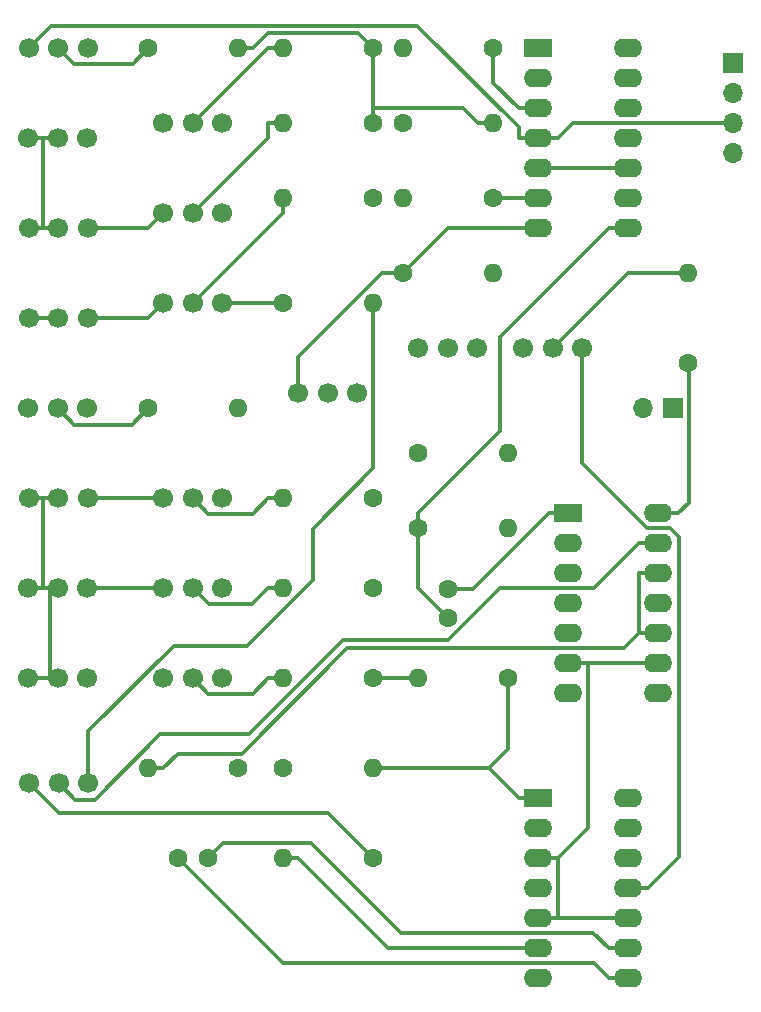
<source format=gbl>
%TF.GenerationSoftware,KiCad,Pcbnew,(5.1.12)-1*%
%TF.CreationDate,2021-11-26T16:15:13-08:00*%
%TF.ProjectId,VCF,5643462e-6b69-4636-9164-5f7063625858,rev?*%
%TF.SameCoordinates,Original*%
%TF.FileFunction,Copper,L2,Bot*%
%TF.FilePolarity,Positive*%
%FSLAX46Y46*%
G04 Gerber Fmt 4.6, Leading zero omitted, Abs format (unit mm)*
G04 Created by KiCad (PCBNEW (5.1.12)-1) date 2021-11-26 16:15:13*
%MOMM*%
%LPD*%
G01*
G04 APERTURE LIST*
%TA.AperFunction,ComponentPad*%
%ADD10C,1.700000*%
%TD*%
%TA.AperFunction,ComponentPad*%
%ADD11O,1.600000X1.600000*%
%TD*%
%TA.AperFunction,ComponentPad*%
%ADD12C,1.600000*%
%TD*%
%TA.AperFunction,ComponentPad*%
%ADD13O,1.700000X1.700000*%
%TD*%
%TA.AperFunction,ComponentPad*%
%ADD14R,1.700000X1.700000*%
%TD*%
%TA.AperFunction,ComponentPad*%
%ADD15O,2.400000X1.600000*%
%TD*%
%TA.AperFunction,ComponentPad*%
%ADD16R,2.400000X1.600000*%
%TD*%
%TA.AperFunction,Conductor*%
%ADD17C,0.304800*%
%TD*%
G04 APERTURE END LIST*
D10*
%TO.P,RV12,3*%
%TO.N,GND*%
X65960000Y-74930000D03*
%TO.P,RV12,2*%
%TO.N,Net-(R20-Pad1)*%
X63460000Y-74930000D03*
%TO.P,RV12,1*%
%TO.N,+12V*%
X60960000Y-74930000D03*
%TD*%
%TO.P,RV11,3*%
%TO.N,GND*%
X66000000Y-44450000D03*
%TO.P,RV11,2*%
%TO.N,Net-(R19-Pad1)*%
X63500000Y-44450000D03*
%TO.P,RV11,1*%
%TO.N,+12V*%
X61000000Y-44450000D03*
%TD*%
%TO.P,RV10,3*%
%TO.N,GND*%
X77390000Y-97790000D03*
%TO.P,RV10,2*%
%TO.N,Net-(R16-Pad2)*%
X74890000Y-97790000D03*
%TO.P,RV10,1*%
%TO.N,Net-(J7-PadTN)*%
X72390000Y-97790000D03*
%TD*%
%TO.P,RV9,3*%
%TO.N,GND*%
X77390000Y-90170000D03*
%TO.P,RV9,2*%
%TO.N,Net-(R15-Pad2)*%
X74890000Y-90170000D03*
%TO.P,RV9,1*%
%TO.N,Net-(J6-PadTN)*%
X72390000Y-90170000D03*
%TD*%
%TO.P,RV8,3*%
%TO.N,GND*%
X77390000Y-82550000D03*
%TO.P,RV8,2*%
%TO.N,Net-(R14-Pad2)*%
X74890000Y-82550000D03*
%TO.P,RV8,1*%
%TO.N,Net-(J5-PadTN)*%
X72390000Y-82550000D03*
%TD*%
%TO.P,RV7,3*%
%TO.N,Net-(R13-Pad2)*%
X66040000Y-106680000D03*
%TO.P,RV7,2*%
%TO.N,Net-(Q1-Pad13)*%
X63540000Y-106680000D03*
%TO.P,RV7,1*%
%TO.N,Net-(R17-Pad1)*%
X61040000Y-106680000D03*
%TD*%
%TO.P,RV6,3*%
%TO.N,-12V*%
X107870000Y-69850000D03*
%TO.P,RV6,2*%
%TO.N,Net-(R12-Pad2)*%
X105370000Y-69850000D03*
%TO.P,RV6,1*%
%TO.N,GND*%
X102870000Y-69850000D03*
%TD*%
%TO.P,RV5,3*%
%TO.N,-12V*%
X98980000Y-69850000D03*
%TO.P,RV5,2*%
%TO.N,Net-(R4-Pad2)*%
X96480000Y-69850000D03*
%TO.P,RV5,1*%
%TO.N,GND*%
X93980000Y-69850000D03*
%TD*%
%TO.P,RV4,3*%
%TO.N,GND*%
X77390000Y-66040000D03*
%TO.P,RV4,2*%
%TO.N,Net-(R7-Pad2)*%
X74890000Y-66040000D03*
%TO.P,RV4,1*%
%TO.N,Net-(J1-PadTN)*%
X72390000Y-66040000D03*
%TD*%
%TO.P,RV3,3*%
%TO.N,GND*%
X77390000Y-58420000D03*
%TO.P,RV3,2*%
%TO.N,Net-(R6-Pad2)*%
X74890000Y-58420000D03*
%TO.P,RV3,1*%
%TO.N,Net-(J2-PadTN)*%
X72390000Y-58420000D03*
%TD*%
%TO.P,RV2,3*%
%TO.N,GND*%
X77390000Y-50800000D03*
%TO.P,RV2,2*%
%TO.N,Net-(R5-Pad2)*%
X74890000Y-50800000D03*
%TO.P,RV2,1*%
%TO.N,Net-(J3-PadTN)*%
X72390000Y-50800000D03*
%TD*%
%TO.P,Fine Tune 1,3*%
%TO.N,Net-(R3-Pad2)*%
X88820000Y-73660000D03*
%TO.P,Fine Tune 1,2*%
%TO.N,Net-(Q1-Pad2)*%
X86320000Y-73660000D03*
%TO.P,Fine Tune 1,1*%
%TO.N,Net-(R2-Pad1)*%
X83820000Y-73660000D03*
%TD*%
%TO.P,J7,TN*%
%TO.N,Net-(J7-PadTN)*%
X65960000Y-97790000D03*
%TO.P,J7,T*%
%TO.N,GND*%
X63460000Y-97790000D03*
%TO.P,J7,S*%
X60960000Y-97790000D03*
%TD*%
%TO.P,J6,TN*%
%TO.N,Net-(J6-PadTN)*%
X65960000Y-90170000D03*
%TO.P,J6,T*%
%TO.N,GND*%
X63460000Y-90170000D03*
%TO.P,J6,S*%
X60960000Y-90170000D03*
%TD*%
%TO.P,J5,TN*%
%TO.N,Net-(J5-PadTN)*%
X66000000Y-82550000D03*
%TO.P,J5,T*%
%TO.N,GND*%
X63500000Y-82550000D03*
%TO.P,J5,S*%
X61000000Y-82550000D03*
%TD*%
%TO.P,J3,TN*%
%TO.N,Net-(J3-PadTN)*%
X65960000Y-52070000D03*
%TO.P,J3,T*%
%TO.N,GND*%
X63460000Y-52070000D03*
%TO.P,J3,S*%
X60960000Y-52070000D03*
%TD*%
%TO.P,J2,TN*%
%TO.N,Net-(J2-PadTN)*%
X66000000Y-59690000D03*
%TO.P,J2,T*%
%TO.N,GND*%
X63500000Y-59690000D03*
%TO.P,J2,S*%
X61000000Y-59690000D03*
%TD*%
%TO.P,J1,TN*%
%TO.N,Net-(J1-PadTN)*%
X66000000Y-67310000D03*
%TO.P,J1,T*%
%TO.N,GND*%
X63500000Y-67310000D03*
%TO.P,J1,S*%
X61000000Y-67310000D03*
%TD*%
D11*
%TO.P,R20,2*%
%TO.N,Net-(R11-Pad2)*%
X78740000Y-74930000D03*
D12*
%TO.P,R20,1*%
%TO.N,Net-(R20-Pad1)*%
X71120000Y-74930000D03*
%TD*%
D11*
%TO.P,R19,2*%
%TO.N,Net-(R19-Pad2)*%
X78740000Y-44450000D03*
D12*
%TO.P,R19,1*%
%TO.N,Net-(R19-Pad1)*%
X71120000Y-44450000D03*
%TD*%
D13*
%TO.P,J8,4*%
%TO.N,+5V*%
X120650000Y-53340000D03*
%TO.P,J8,3*%
%TO.N,+12V*%
X120650000Y-50800000D03*
%TO.P,J8,2*%
%TO.N,GND*%
X120650000Y-48260000D03*
D14*
%TO.P,J8,1*%
%TO.N,-12V*%
X120650000Y-45720000D03*
%TD*%
D15*
%TO.P,U2,14*%
%TO.N,N/C*%
X111760000Y-107950000D03*
%TO.P,U2,7*%
%TO.N,Net-(R17-Pad1)*%
X104140000Y-123190000D03*
%TO.P,U2,13*%
%TO.N,N/C*%
X111760000Y-110490000D03*
%TO.P,U2,6*%
%TO.N,Net-(R17-Pad2)*%
X104140000Y-120650000D03*
%TO.P,U2,12*%
%TO.N,N/C*%
X111760000Y-113030000D03*
%TO.P,U2,5*%
%TO.N,GND*%
X104140000Y-118110000D03*
%TO.P,U2,11*%
%TO.N,-12V*%
X111760000Y-115570000D03*
%TO.P,U2,4*%
%TO.N,+12V*%
X104140000Y-115570000D03*
%TO.P,U2,10*%
%TO.N,GND*%
X111760000Y-118110000D03*
%TO.P,U2,3*%
X104140000Y-113030000D03*
%TO.P,U2,9*%
%TO.N,Net-(C2-Pad2)*%
X111760000Y-120650000D03*
%TO.P,U2,2*%
%TO.N,Net-(R11-Pad2)*%
X104140000Y-110490000D03*
%TO.P,U2,8*%
%TO.N,Net-(C2-Pad1)*%
X111760000Y-123190000D03*
D16*
%TO.P,U2,1*%
%TO.N,Net-(R11-Pad1)*%
X104140000Y-107950000D03*
%TD*%
D15*
%TO.P,U1,14*%
%TO.N,N/C*%
X111760000Y-44450000D03*
%TO.P,U1,7*%
%TO.N,Net-(R2-Pad1)*%
X104140000Y-59690000D03*
%TO.P,U1,13*%
%TO.N,N/C*%
X111760000Y-46990000D03*
%TO.P,U1,6*%
%TO.N,Net-(R1-Pad1)*%
X104140000Y-57150000D03*
%TO.P,U1,12*%
%TO.N,N/C*%
X111760000Y-49530000D03*
%TO.P,U1,5*%
%TO.N,GND*%
X104140000Y-54610000D03*
%TO.P,U1,11*%
%TO.N,-12V*%
X111760000Y-52070000D03*
%TO.P,U1,4*%
%TO.N,+12V*%
X104140000Y-52070000D03*
%TO.P,U1,10*%
%TO.N,GND*%
X111760000Y-54610000D03*
%TO.P,U1,3*%
X104140000Y-49530000D03*
%TO.P,U1,9*%
%TO.N,Net-(C1-Pad2)*%
X111760000Y-57150000D03*
%TO.P,U1,2*%
%TO.N,Net-(R19-Pad2)*%
X104140000Y-46990000D03*
%TO.P,U1,8*%
%TO.N,Net-(C1-Pad1)*%
X111760000Y-59690000D03*
D16*
%TO.P,U1,1*%
%TO.N,Net-(R1-Pad2)*%
X104140000Y-44450000D03*
%TD*%
D11*
%TO.P,R18,2*%
%TO.N,Net-(R11-Pad1)*%
X90170000Y-105410000D03*
D12*
%TO.P,R18,1*%
%TO.N,Net-(R17-Pad2)*%
X82550000Y-105410000D03*
%TD*%
D11*
%TO.P,R17,2*%
%TO.N,Net-(R17-Pad2)*%
X82550000Y-113030000D03*
D12*
%TO.P,R17,1*%
%TO.N,Net-(R17-Pad1)*%
X90170000Y-113030000D03*
%TD*%
D11*
%TO.P,R16,2*%
%TO.N,Net-(R16-Pad2)*%
X82550000Y-97790000D03*
D12*
%TO.P,R16,1*%
%TO.N,Net-(R11-Pad2)*%
X90170000Y-97790000D03*
%TD*%
D11*
%TO.P,R15,2*%
%TO.N,Net-(R15-Pad2)*%
X82550000Y-90170000D03*
D12*
%TO.P,R15,1*%
%TO.N,Net-(R11-Pad2)*%
X90170000Y-90170000D03*
%TD*%
D11*
%TO.P,R14,2*%
%TO.N,Net-(R14-Pad2)*%
X82550000Y-82550000D03*
D12*
%TO.P,R14,1*%
%TO.N,Net-(R11-Pad2)*%
X90170000Y-82550000D03*
%TD*%
D11*
%TO.P,R13,2*%
%TO.N,Net-(R13-Pad2)*%
X90170000Y-66040000D03*
D12*
%TO.P,R13,1*%
%TO.N,GND*%
X82550000Y-66040000D03*
%TD*%
D11*
%TO.P,R12,2*%
%TO.N,Net-(R12-Pad2)*%
X116840000Y-63500000D03*
D12*
%TO.P,R12,1*%
%TO.N,Net-(C2-Pad2)*%
X116840000Y-71120000D03*
%TD*%
D11*
%TO.P,R11,2*%
%TO.N,Net-(R11-Pad2)*%
X93980000Y-97790000D03*
D12*
%TO.P,R11,1*%
%TO.N,Net-(R11-Pad1)*%
X101600000Y-97790000D03*
%TD*%
D11*
%TO.P,R10,2*%
%TO.N,Net-(Q1-Pad10)*%
X71120000Y-105410000D03*
D12*
%TO.P,R10,1*%
%TO.N,Net-(C2-Pad1)*%
X78740000Y-105410000D03*
%TD*%
D11*
%TO.P,R9,2*%
%TO.N,Net-(R19-Pad2)*%
X100330000Y-50800000D03*
D12*
%TO.P,R9,1*%
%TO.N,Net-(R1-Pad2)*%
X92710000Y-50800000D03*
%TD*%
D11*
%TO.P,R8,2*%
%TO.N,Net-(Q1-Pad3)*%
X101600000Y-85090000D03*
D12*
%TO.P,R8,1*%
%TO.N,Net-(C1-Pad1)*%
X93980000Y-85090000D03*
%TD*%
D11*
%TO.P,R7,2*%
%TO.N,Net-(R7-Pad2)*%
X82550000Y-57150000D03*
D12*
%TO.P,R7,1*%
%TO.N,Net-(R19-Pad2)*%
X90170000Y-57150000D03*
%TD*%
D11*
%TO.P,R6,2*%
%TO.N,Net-(R6-Pad2)*%
X82550000Y-50800000D03*
D12*
%TO.P,R6,1*%
%TO.N,Net-(R19-Pad2)*%
X90170000Y-50800000D03*
%TD*%
D11*
%TO.P,R5,2*%
%TO.N,Net-(R5-Pad2)*%
X82550000Y-44450000D03*
D12*
%TO.P,R5,1*%
%TO.N,Net-(R19-Pad2)*%
X90170000Y-44450000D03*
%TD*%
D11*
%TO.P,R4,2*%
%TO.N,Net-(R4-Pad2)*%
X101600000Y-78740000D03*
D12*
%TO.P,R4,1*%
%TO.N,Net-(C1-Pad2)*%
X93980000Y-78740000D03*
%TD*%
D11*
%TO.P,R3,2*%
%TO.N,Net-(R3-Pad2)*%
X92710000Y-44450000D03*
D12*
%TO.P,R3,1*%
%TO.N,GND*%
X100330000Y-44450000D03*
%TD*%
D11*
%TO.P,R2,2*%
%TO.N,Net-(R1-Pad1)*%
X100330000Y-63500000D03*
D12*
%TO.P,R2,1*%
%TO.N,Net-(R2-Pad1)*%
X92710000Y-63500000D03*
%TD*%
D11*
%TO.P,R1,2*%
%TO.N,Net-(R1-Pad2)*%
X92710000Y-57150000D03*
D12*
%TO.P,R1,1*%
%TO.N,Net-(R1-Pad1)*%
X100330000Y-57150000D03*
%TD*%
D15*
%TO.P,Q1,14*%
%TO.N,Net-(C2-Pad2)*%
X114300000Y-83820000D03*
%TO.P,Q1,7*%
%TO.N,Net-(J4-Pad2)*%
X106680000Y-99060000D03*
%TO.P,Q1,13*%
%TO.N,Net-(Q1-Pad13)*%
X114300000Y-86360000D03*
%TO.P,Q1,6*%
%TO.N,GND*%
X106680000Y-96520000D03*
%TO.P,Q1,12*%
%TO.N,Net-(Q1-Pad10)*%
X114300000Y-88900000D03*
%TO.P,Q1,5*%
%TO.N,Net-(Q1-Pad3)*%
X106680000Y-93980000D03*
%TO.P,Q1,11*%
%TO.N,Net-(Q1-Pad11)*%
X114300000Y-91440000D03*
%TO.P,Q1,4*%
%TO.N,Net-(Q1-Pad4)*%
X106680000Y-91440000D03*
%TO.P,Q1,10*%
%TO.N,Net-(Q1-Pad10)*%
X114300000Y-93980000D03*
%TO.P,Q1,3*%
%TO.N,Net-(Q1-Pad3)*%
X106680000Y-88900000D03*
%TO.P,Q1,9*%
%TO.N,GND*%
X114300000Y-96520000D03*
%TO.P,Q1,2*%
%TO.N,Net-(Q1-Pad2)*%
X106680000Y-86360000D03*
%TO.P,Q1,8*%
%TO.N,Net-(J4-Pad1)*%
X114300000Y-99060000D03*
D16*
%TO.P,Q1,1*%
%TO.N,Net-(C1-Pad2)*%
X106680000Y-83820000D03*
%TD*%
D13*
%TO.P,J4,2*%
%TO.N,Net-(J4-Pad2)*%
X113030000Y-74930000D03*
D14*
%TO.P,J4,1*%
%TO.N,Net-(J4-Pad1)*%
X115570000Y-74930000D03*
%TD*%
D12*
%TO.P,C2,2*%
%TO.N,Net-(C2-Pad2)*%
X76160000Y-113030000D03*
%TO.P,C2,1*%
%TO.N,Net-(C2-Pad1)*%
X73660000Y-113030000D03*
%TD*%
%TO.P,C1,2*%
%TO.N,Net-(C1-Pad2)*%
X96520000Y-90210000D03*
%TO.P,C1,1*%
%TO.N,Net-(C1-Pad1)*%
X96520000Y-92710000D03*
%TD*%
D17*
%TO.N,Net-(C1-Pad2)*%
X106680000Y-83820000D02*
X105022500Y-83820000D01*
X96520000Y-90210000D02*
X98632500Y-90210000D01*
X98632500Y-90210000D02*
X105022500Y-83820000D01*
%TO.N,Net-(C1-Pad1)*%
X96520000Y-92710000D02*
X93980000Y-90170000D01*
X93980000Y-90170000D02*
X93980000Y-85090000D01*
X111760000Y-59690000D02*
X110102500Y-59690000D01*
X93980000Y-85090000D02*
X93980000Y-83790000D01*
X93980000Y-83790000D02*
X100925100Y-76844900D01*
X100925100Y-76844900D02*
X100925100Y-68867400D01*
X100925100Y-68867400D02*
X110102500Y-59690000D01*
%TO.N,GND*%
X114300000Y-96520000D02*
X108337500Y-96520000D01*
X105797500Y-113030000D02*
X108337500Y-110490000D01*
X108337500Y-110490000D02*
X108337500Y-96520000D01*
X105797500Y-113030000D02*
X105797500Y-118110000D01*
X106680000Y-96520000D02*
X108337500Y-96520000D01*
X111760000Y-118110000D02*
X105797500Y-118110000D01*
X104140000Y-118110000D02*
X105797500Y-118110000D01*
X104140000Y-49530000D02*
X102482500Y-49530000D01*
X100330000Y-44450000D02*
X100330000Y-47377500D01*
X100330000Y-47377500D02*
X102482500Y-49530000D01*
X62835000Y-97790000D02*
X63460000Y-97790000D01*
X60960000Y-97790000D02*
X62835000Y-97790000D01*
X62835000Y-90170000D02*
X63460000Y-90170000D01*
X62210000Y-90170000D02*
X62835000Y-90170000D01*
X62835000Y-90170000D02*
X62835000Y-97790000D01*
X62250000Y-59690000D02*
X63500000Y-59690000D01*
X61000000Y-59690000D02*
X62250000Y-59690000D01*
X62250000Y-52070000D02*
X63460000Y-52070000D01*
X60960000Y-52070000D02*
X62250000Y-52070000D01*
X62250000Y-59690000D02*
X62250000Y-52070000D01*
X62210000Y-82550000D02*
X63500000Y-82550000D01*
X61000000Y-82550000D02*
X62210000Y-82550000D01*
X60960000Y-90170000D02*
X62210000Y-90170000D01*
X62210000Y-90170000D02*
X62210000Y-82550000D01*
X104140000Y-113030000D02*
X105797500Y-113030000D01*
X111760000Y-54610000D02*
X104140000Y-54610000D01*
X61000000Y-67310000D02*
X63500000Y-67310000D01*
X82550000Y-66040000D02*
X77390000Y-66040000D01*
%TO.N,Net-(Q1-Pad13)*%
X114300000Y-86360000D02*
X112642500Y-86360000D01*
X112642500Y-86360000D02*
X108844900Y-90157600D01*
X108844900Y-90157600D02*
X100900400Y-90157600D01*
X100900400Y-90157600D02*
X96544800Y-94513200D01*
X96544800Y-94513200D02*
X87629600Y-94513200D01*
X87629600Y-94513200D02*
X79630200Y-102512600D01*
X79630200Y-102512600D02*
X72112200Y-102512600D01*
X72112200Y-102512600D02*
X66585600Y-108039200D01*
X66585600Y-108039200D02*
X64899200Y-108039200D01*
X64899200Y-108039200D02*
X63540000Y-106680000D01*
%TO.N,Net-(Q1-Pad10)*%
X112642500Y-93980000D02*
X112642500Y-88900000D01*
X72377500Y-105410000D02*
X73635000Y-104152500D01*
X73635000Y-104152500D02*
X79081400Y-104152500D01*
X79081400Y-104152500D02*
X87984000Y-95249900D01*
X87984000Y-95249900D02*
X111372600Y-95249900D01*
X111372600Y-95249900D02*
X112642500Y-93980000D01*
X114300000Y-88900000D02*
X112642500Y-88900000D01*
X71120000Y-105410000D02*
X72377500Y-105410000D01*
X114300000Y-93980000D02*
X112642500Y-93980000D01*
%TO.N,Net-(R1-Pad1)*%
X100330000Y-57150000D02*
X104140000Y-57150000D01*
%TO.N,Net-(R2-Pad1)*%
X92710000Y-63500000D02*
X90882000Y-63500000D01*
X90882000Y-63500000D02*
X83820000Y-70562000D01*
X83820000Y-70562000D02*
X83820000Y-73660000D01*
X92710000Y-63500000D02*
X96520000Y-59690000D01*
X96520000Y-59690000D02*
X104140000Y-59690000D01*
%TO.N,Net-(R5-Pad2)*%
X82550000Y-44450000D02*
X81240000Y-44450000D01*
X81240000Y-44450000D02*
X74890000Y-50800000D01*
%TO.N,Net-(R6-Pad2)*%
X82550000Y-50800000D02*
X81292500Y-50800000D01*
X81292500Y-50800000D02*
X81292500Y-52017500D01*
X81292500Y-52017500D02*
X74890000Y-58420000D01*
%TO.N,Net-(R7-Pad2)*%
X82550000Y-57150000D02*
X82550000Y-58407500D01*
X82550000Y-58407500D02*
X82522500Y-58407500D01*
X82522500Y-58407500D02*
X74890000Y-66040000D01*
%TO.N,-12V*%
X111760000Y-115570000D02*
X113417500Y-115570000D01*
X107870000Y-69850000D02*
X107870000Y-79585800D01*
X107870000Y-79585800D02*
X113374100Y-85089900D01*
X113374100Y-85089900D02*
X115278300Y-85089900D01*
X115278300Y-85089900D02*
X116038300Y-85849900D01*
X116038300Y-85849900D02*
X116038300Y-112949200D01*
X116038300Y-112949200D02*
X113417500Y-115570000D01*
%TO.N,+12V*%
X104140000Y-52070000D02*
X105797500Y-52070000D01*
X105797500Y-52070000D02*
X107067500Y-50800000D01*
X107067500Y-50800000D02*
X120650000Y-50800000D01*
X103311300Y-52070000D02*
X104140000Y-52070000D01*
X103311300Y-52070000D02*
X102482500Y-52070000D01*
X102482500Y-52070000D02*
X102482500Y-51137700D01*
X102482500Y-51137700D02*
X93881900Y-42537100D01*
X93881900Y-42537100D02*
X62912900Y-42537100D01*
X62912900Y-42537100D02*
X61000000Y-44450000D01*
%TO.N,Net-(C2-Pad2)*%
X111760000Y-120650000D02*
X110102500Y-120650000D01*
X76160000Y-113030000D02*
X77465400Y-111724600D01*
X77465400Y-111724600D02*
X84920400Y-111724600D01*
X84920400Y-111724600D02*
X92563400Y-119367600D01*
X92563400Y-119367600D02*
X108820100Y-119367600D01*
X108820100Y-119367600D02*
X110102500Y-120650000D01*
X114300000Y-83820000D02*
X115957500Y-83820000D01*
X116840000Y-71120000D02*
X116877600Y-71157600D01*
X116877600Y-71157600D02*
X116877600Y-82899900D01*
X116877600Y-82899900D02*
X115957500Y-83820000D01*
%TO.N,Net-(C2-Pad1)*%
X111760000Y-123190000D02*
X110102500Y-123190000D01*
X73660000Y-113030000D02*
X82550000Y-121920000D01*
X82550000Y-121920000D02*
X108832500Y-121920000D01*
X108832500Y-121920000D02*
X110102500Y-123190000D01*
%TO.N,Net-(R11-Pad2)*%
X93980000Y-97790000D02*
X90170000Y-97790000D01*
%TO.N,Net-(R11-Pad1)*%
X99942500Y-105410000D02*
X102482500Y-107950000D01*
X90170000Y-105410000D02*
X99942500Y-105410000D01*
X101600000Y-97790000D02*
X101600000Y-103752500D01*
X101600000Y-103752500D02*
X99942500Y-105410000D01*
X104140000Y-107950000D02*
X102482500Y-107950000D01*
%TO.N,Net-(R12-Pad2)*%
X116840000Y-63500000D02*
X111720000Y-63500000D01*
X111720000Y-63500000D02*
X105370000Y-69850000D01*
%TO.N,Net-(R13-Pad2)*%
X90170000Y-66040000D02*
X90170000Y-79997800D01*
X90170000Y-79997800D02*
X85052700Y-85115100D01*
X85052700Y-85115100D02*
X85052700Y-89480200D01*
X85052700Y-89480200D02*
X79523000Y-95009900D01*
X79523000Y-95009900D02*
X73280500Y-95009900D01*
X73280500Y-95009900D02*
X66040000Y-102250400D01*
X66040000Y-102250400D02*
X66040000Y-106680000D01*
%TO.N,Net-(R14-Pad2)*%
X82550000Y-82550000D02*
X81292500Y-82550000D01*
X81292500Y-82550000D02*
X79983700Y-83858800D01*
X79983700Y-83858800D02*
X76198800Y-83858800D01*
X76198800Y-83858800D02*
X74890000Y-82550000D01*
%TO.N,Net-(R15-Pad2)*%
X82550000Y-90170000D02*
X81292500Y-90170000D01*
X81292500Y-90170000D02*
X79935300Y-91527200D01*
X79935300Y-91527200D02*
X76247200Y-91527200D01*
X76247200Y-91527200D02*
X74890000Y-90170000D01*
%TO.N,Net-(R16-Pad2)*%
X82550000Y-97790000D02*
X81292500Y-97790000D01*
X81292500Y-97790000D02*
X79955500Y-99127000D01*
X79955500Y-99127000D02*
X76227000Y-99127000D01*
X76227000Y-99127000D02*
X74890000Y-97790000D01*
%TO.N,Net-(R17-Pad2)*%
X82550000Y-113030000D02*
X83807500Y-113030000D01*
X83807500Y-113030000D02*
X91427500Y-120650000D01*
X91427500Y-120650000D02*
X104140000Y-120650000D01*
%TO.N,Net-(R17-Pad1)*%
X90170000Y-113030000D02*
X86346000Y-109206000D01*
X86346000Y-109206000D02*
X63566000Y-109206000D01*
X63566000Y-109206000D02*
X61040000Y-106680000D01*
%TO.N,Net-(J1-PadTN)*%
X66000000Y-67310000D02*
X71120000Y-67310000D01*
X71120000Y-67310000D02*
X72390000Y-66040000D01*
%TO.N,Net-(J2-PadTN)*%
X66000000Y-59690000D02*
X71120000Y-59690000D01*
X71120000Y-59690000D02*
X72390000Y-58420000D01*
%TO.N,Net-(J5-PadTN)*%
X66000000Y-82550000D02*
X72390000Y-82550000D01*
%TO.N,Net-(J6-PadTN)*%
X65960000Y-90170000D02*
X72390000Y-90170000D01*
%TO.N,Net-(R19-Pad2)*%
X90170000Y-49512800D02*
X90170000Y-50800000D01*
X90170000Y-44450000D02*
X90170000Y-49512800D01*
X90170000Y-49512800D02*
X97785300Y-49512800D01*
X97785300Y-49512800D02*
X99072500Y-50800000D01*
X100330000Y-50800000D02*
X99072500Y-50800000D01*
X79997500Y-44450000D02*
X81280400Y-43167100D01*
X81280400Y-43167100D02*
X88887100Y-43167100D01*
X88887100Y-43167100D02*
X90170000Y-44450000D01*
X78740000Y-44450000D02*
X79997500Y-44450000D01*
%TO.N,Net-(R19-Pad1)*%
X71120000Y-44450000D02*
X69800000Y-45770000D01*
X69800000Y-45770000D02*
X64820000Y-45770000D01*
X64820000Y-45770000D02*
X63500000Y-44450000D01*
%TO.N,Net-(R20-Pad1)*%
X71120000Y-74930000D02*
X69734400Y-76315600D01*
X69734400Y-76315600D02*
X64845600Y-76315600D01*
X64845600Y-76315600D02*
X63460000Y-74930000D01*
%TD*%
M02*

</source>
